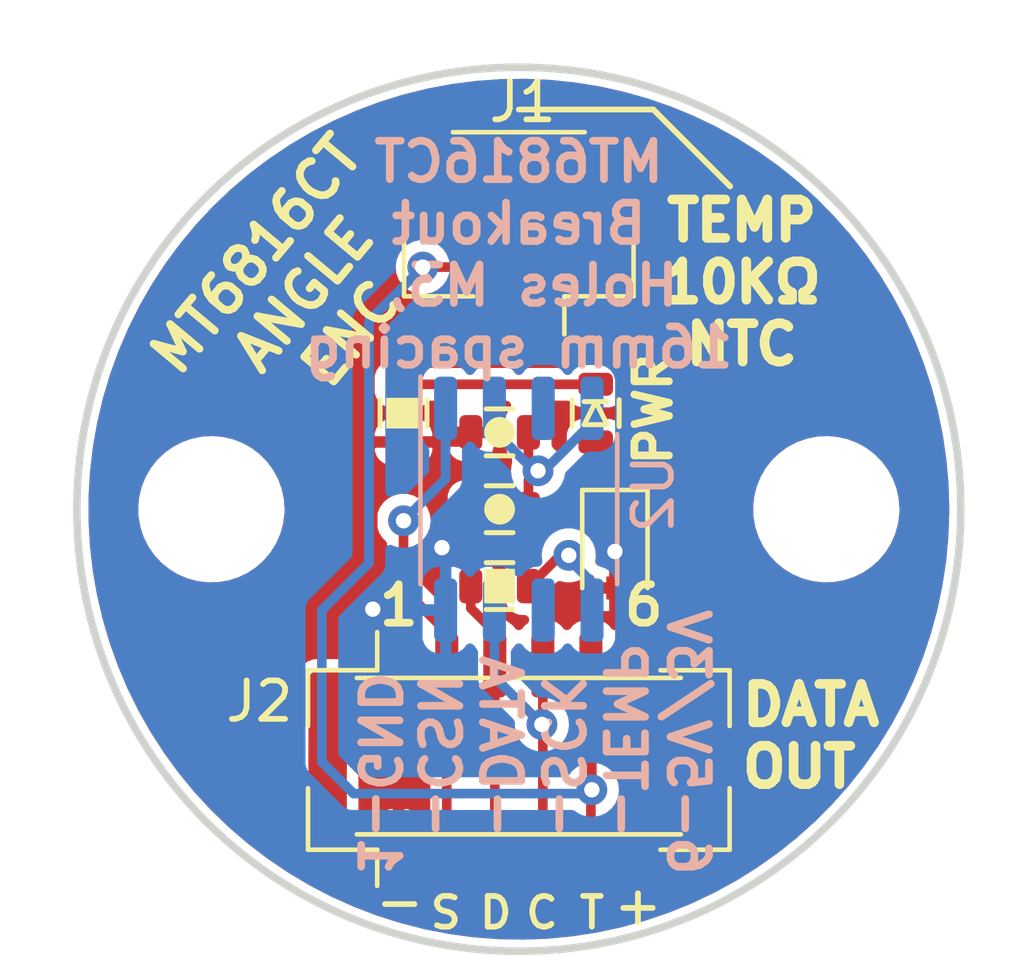
<source format=kicad_pcb>
(kicad_pcb (version 20210722) (generator pcbnew)
  (layers (0 "F.Cu" signal) (31 "B.Cu" signal) (34 "B.Paste" user) (35 "F.Paste" user) (36 "B.SilkS" user "B.Silkscreen") (37 "F.SilkS" user "F.Silkscreen") (38 "B.Mask" user) (39 "F.Mask" user) (44 "Edge.Cuts" user))
  (net 0 "")
  (net 1 "/H2{slash}SSC_DATA")
  (net 2 "GND")
  (net 3 "+5V")
  (net 4 "/Temp")
  (net 5 "/H3{slash}CS")
  (net 6 "/H1{slash}SCK")
  (net 7 "/SDAT_R")
  (net 10 "Net-(D1-PadC)")
  (footprint "pkl_dipol:R_0603" (layer "F.Cu") (at 135.5 80.5 -90)
    (fp_text reference "R1")
    (fp_text value "10k")
    (fp_line (start -0.35 -0.61) (end 0.35 -0.61) (layer "F.SilkS") (width 0.13))
    (fp_line (start 0.35 0.61) (end -0.35 0.61) (layer "F.SilkS") (width 0.13))
    (fp_poly (pts (xy 0.375 0.425) (xy 0.375 -0.425) (xy -0.375 -0.425) (xy -0.375 0.425) (xy 0.25 0.425)) (layer "F.SilkS") (width 0.05) (fill solid))
    (pad "1" smd roundrect locked (at -0.75 0 270) (size 0.6 0.9) (layers "F.Cu" "F.Paste" "F.Mask") (net 10 "Net-(D1-PadC)"))
    (pad "2" smd roundrect locked (at 0.75 0 270) (size 0.6 0.9) (layers "F.Cu" "F.Paste" "F.Mask") (net 2 "GND"))
  )
  (footprint "pkl_dipol:R_0603" (layer "F.Cu") (at 138 85)
    (fp_text reference "R2")
    (fp_text value "470R")
    (fp_line (start -0.35 -0.61) (end 0.35 -0.61) (layer "F.SilkS") (width 0.13))
    (fp_line (start 0.35 0.61) (end -0.35 0.61) (layer "F.SilkS") (width 0.13))
    (fp_poly (pts (xy 0.375 0.425) (xy 0.375 -0.425) (xy -0.375 -0.425) (xy -0.375 0.425) (xy 0.25 0.425)) (layer "F.SilkS") (width 0.05) (fill solid))
    (pad "1" smd roundrect locked (at -0.75 0) (size 0.6 0.9) (layers "F.Cu" "F.Paste" "F.Mask") (net 1 "/H2{slash}SSC_DATA"))
    (pad "2" smd roundrect locked (at 0.75 0) (size 0.6 0.9) (layers "F.Cu" "F.Paste" "F.Mask") (net 7 "/SDAT_R"))
  )
  (footprint "MountingHole:MountingHole_3.2mm_M3" (layer "F.Cu") (at 146.5 83)
    (fp_text reference "H2")
    (fp_text value "MountingHole")
    (pad "1" np_thru_hole circle locked (at 0 0) (size 3.2 3.2) (drill 3.2) (layers *.Cu *.Mask))
  )
  (footprint "Connector_JST:JST_GH_BM06B-GHS-TBT_1x06-1MP_P1.25mm_Vertical" (layer "F.Cu") (at 138.5 90)
    (fp_text reference "J2" (at -6.75 -2) (layer "F.SilkS"))
    (fp_text value "Conn_01x06")
    (fp_line (start 5.485 1.86) (end 3.685 1.86) (layer "F.SilkS") (width 0.12))
    (fp_line (start 5.485 0.26) (end 5.485 1.86) (layer "F.SilkS") (width 0.12))
    (fp_line (start -3.685 1.86) (end -3.685 2.8) (layer "F.SilkS") (width 0.12))
    (fp_line (start -4.215 -2.61) (end 4.215 -2.61) (layer "F.SilkS") (width 0.12))
    (fp_line (start -5.485 1.86) (end -3.685 1.86) (layer "F.SilkS") (width 0.12))
    (fp_line (start -5.485 0.26) (end -5.485 1.86) (layer "F.SilkS") (width 0.12))
    (pad "1" smd roundrect locked (at -3.125 1.95) (size 0.6 1.7) (layers "F.Cu" "F.Paste" "F.Mask") (net 2 "GND"))
    (pad "2" smd roundrect locked (at -1.875 1.95) (size 0.6 1.7) (layers "F.Cu" "F.Paste" "F.Mask") (net 5 "/H3{slash}CS"))
    (pad "3" smd roundrect locked (at -0.625 1.95) (size 0.6 1.7) (layers "F.Cu" "F.Paste" "F.Mask") (net 1 "/H2{slash}SSC_DATA"))
    (pad "4" smd roundrect locked (at 0.625 1.95) (size 0.6 1.7) (layers "F.Cu" "F.Paste" "F.Mask") (net 6 "/H1{slash}SCK"))
    (pad "5" smd roundrect locked (at 1.875 1.95) (size 0.6 1.7) (layers "F.Cu" "F.Paste" "F.Mask") (net 4 "/Temp"))
    (pad "6" smd roundrect locked (at 3.125 1.95) (size 0.6 1.7) (layers "F.Cu" "F.Paste" "F.Mask") (net 3 "+5V"))
    (pad "MP" smd roundrect locked (at 4.975 -1.4) (size 1 2.8) (layers "F.Cu" "F.Paste" "F.Mask"))
    (pad "MP" smd roundrect locked (at -4.975 -1.4) (size 1 2.8) (layers "F.Cu" "F.Paste" "F.Mask"))
  )
  (footprint "MountingHole:MountingHole_3.2mm_M3" (layer "F.Cu") (at 130.5 83)
    (fp_text reference "H1")
    (fp_text value "MountingHole")
    (pad "1" np_thru_hole circle locked (at 0 0) (size 3.2 3.2) (drill 3.2) (layers *.Cu *.Mask))
  )
  (footprint "Connector_JST:JST_GH_SM02B-GHS-TB_1x02-1MP_P1.25mm_Horizontal" (layer "F.Cu") (at 138.5 75.75 180)
    (fp_text reference "J1" (at -0.1 3.35 180) (layer "F.SilkS"))
    (fp_text value "Conn_01x02")
    (fp_line (start 2.985 -0.26) (end 2.985 -1.71) (layer "F.SilkS") (width 0.12))
    (fp_line (start -1.715 2.56) (end 1.715 2.56) (layer "F.SilkS") (width 0.12))
    (fp_line (start -2.985 -1.71) (end -1.185 -1.71) (layer "F.SilkS") (width 0.12))
    (fp_line (start -1.185 -1.71) (end -1.185 -2.7) (layer "F.SilkS") (width 0.12))
    (fp_line (start 2.985 -1.71) (end 1.185 -1.71) (layer "F.SilkS") (width 0.12))
    (fp_line (start -2.985 -0.26) (end -2.985 -1.71) (layer "F.SilkS") (width 0.12))
    (pad "1" smd roundrect locked (at -0.625 -1.85 180) (size 0.6 1.7) (layers "F.Cu" "F.Paste" "F.Mask") (net 4 "/Temp"))
    (pad "2" smd roundrect locked (at 0.625 -1.85 180) (size 0.6 1.7) (layers "F.Cu" "F.Paste" "F.Mask") (net 2 "GND"))
    (pad "MP" smd roundrect locked (at -2.475 1.35 180) (size 1 2.7) (layers "F.Cu" "F.Paste" "F.Mask"))
    (pad "MP" smd roundrect locked (at 2.475 1.35 180) (size 1 2.7) (layers "F.Cu" "F.Paste" "F.Mask"))
  )
  (footprint "Connector_JST:JST_GH_SM06B-GHS-TB_1x06-1MP_P1.25mm_Horizontal" (layer "F.Cu") (at 138.5 88.9)
    (fp_text reference "J3")
    (fp_text value "Conn_01x06")
    (fp_line (start -4.215 2.56) (end 4.215 2.56) (layer "F.SilkS") (width 0.12))
    (fp_line (start 5.485 -0.26) (end 5.485 -1.71) (layer "F.SilkS") (width 0.12))
    (fp_line (start 5.485 -1.71) (end 3.685 -1.71) (layer "F.SilkS") (width 0.12))
    (fp_line (start -3.685 -1.71) (end -3.685 -2.7) (layer "F.SilkS") (width 0.12))
    (fp_line (start -5.485 -0.26) (end -5.485 -1.71) (layer "F.SilkS") (width 0.12))
    (fp_line (start -5.485 -1.71) (end -3.685 -1.71) (layer "F.SilkS") (width 0.12))
    (pad "1" smd roundrect locked (at -3.125 -1.85) (size 0.6 1.7) (layers "F.Cu" "F.Paste" "F.Mask") (net 2 "GND"))
    (pad "2" smd roundrect locked (at -1.875 -1.85) (size 0.6 1.7) (layers "F.Cu" "F.Paste" "F.Mask") (net 5 "/H3{slash}CS"))
    (pad "3" smd roundrect locked (at -0.625 -1.85) (size 0.6 1.7) (layers "F.Cu" "F.Paste" "F.Mask") (net 1 "/H2{slash}SSC_DATA"))
    (pad "4" smd roundrect locked (at 0.625 -1.85) (size 0.6 1.7) (layers "F.Cu" "F.Paste" "F.Mask") (net 6 "/H1{slash}SCK"))
    (pad "5" smd roundrect locked (at 1.875 -1.85) (size 0.6 1.7) (layers "F.Cu" "F.Paste" "F.Mask") (net 4 "/Temp"))
    (pad "6" smd roundrect locked (at 3.125 -1.85) (size 0.6 1.7) (layers "F.Cu" "F.Paste" "F.Mask") (net 3 "+5V"))
    (pad "MP" smd roundrect locked (at -4.975 1.35) (size 1 2.7) (layers "F.Cu" "F.Paste" "F.Mask"))
    (pad "MP" smd roundrect locked (at 4.975 1.35) (size 1 2.7) (layers "F.Cu" "F.Paste" "F.Mask"))
  )
  (footprint "pkl_dipol:D_0603" (layer "F.Cu") (at 140.5 80.5 -90)
    (fp_text reference "D1")
    (fp_text value "GREEN LED")
    (fp_line (start 0.3 0.3) (end -0.3 0) (layer "F.SilkS") (width 0.13))
    (fp_line (start 0.3 -0.3) (end 0.3 0.3) (layer "F.SilkS") (width 0.13))
    (fp_line (start 0.35 0.61) (end -0.35 0.61) (layer "F.SilkS") (width 0.13))
    (fp_line (start -0.3 -0.3) (end -0.3 0.3) (layer "F.SilkS") (width 0.13))
    (fp_line (start -0.3 0) (end 0.3 -0.3) (layer "F.SilkS") (width 0.13))
    (fp_line (start -0.35 -0.61) (end 0.35 -0.61) (layer "F.SilkS") (width 0.13))
    (pad "A" smd roundrect locked (at 0.75 0 90) (size 0.6 0.9) (layers "F.Cu" "F.Paste" "F.Mask") (net 3 "+5V"))
    (pad "C" smd roundrect locked (at -0.75 0 90) (size 0.6 0.9) (layers "F.Cu" "F.Paste" "F.Mask") (net 10 "Net-(D1-PadC)"))
  )
  (footprint "Diode_SMD:D_SOD-323" (layer "F.Cu") (at 141 84 -90)
    (fp_text reference "D2")
    (fp_text value "SD05-01FTG")
    (fp_line (start -1.5 0.85) (end 1.05 0.85) (layer "F.SilkS") (width 0.12))
    (fp_line (start -1.5 -0.85) (end -1.5 0.85) (layer "F.SilkS") (width 0.12))
    (fp_line (start -1.5 -0.85) (end 1.05 -0.85) (layer "F.SilkS") (width 0.12))
    (pad "1" smd rect locked (at -1.05 0 270) (size 0.6 0.45) (layers "F.Cu" "F.Paste" "F.Mask") (net 3 "+5V"))
    (pad "2" smd rect locked (at 1.05 0 270) (size 0.6 0.45) (layers "F.Cu" "F.Paste" "F.Mask") (net 2 "GND"))
  )
  (footprint "pkl_dipol:C_0603" (layer "F.Cu") (at 138 81 180)
    (fp_text reference "C1")
    (fp_text value "1uf")
    (fp_line (start 0.35 0.61) (end -0.35 0.61) (layer "F.SilkS") (width 0.13))
    (fp_line (start -0.35 -0.61) (end 0.35 -0.61) (layer "F.SilkS") (width 0.13))
    (fp_circle (center 0 0) (end 0.2 0) (layer "F.SilkS") (width 0.4) (fill none))
    (pad "1" smd roundrect locked (at -0.75 0 180) (size 0.6 0.9) (layers "F.Cu" "F.Paste" "F.Mask") (net 3 "+5V"))
    (pad "2" smd roundrect locked (at 0.75 0 180) (size 0.6 0.9) (layers "F.Cu" "F.Paste" "F.Mask") (net 2 "GND"))
  )
  (footprint "pkl_dipol:C_0603" (layer "F.Cu") (at 138 83 180)
    (fp_text reference "C2")
    (fp_text value "4.7uf")
    (fp_line (start 0.35 0.61) (end -0.35 0.61) (layer "F.SilkS") (width 0.13))
    (fp_line (start -0.35 -0.61) (end 0.35 -0.61) (layer "F.SilkS") (width 0.13))
    (fp_circle (center 0 0) (end 0.2 0) (layer "F.SilkS") (width 0.4) (fill none))
    (pad "1" smd roundrect locked (at -0.75 0 180) (size 0.6 0.9) (layers "F.Cu" "F.Paste" "F.Mask") (net 3 "+5V"))
    (pad "2" smd roundrect locked (at 0.75 0 180) (size 0.6 0.9) (layers "F.Cu" "F.Paste" "F.Mask") (net 2 "GND"))
  )
  (footprint "Package_SO:SOP-8_3.9x4.9mm_P1.27mm" (layer "B.Cu") (at 138.5 83 -90)
    (fp_text reference "U2" (at -0.4 -3.5 90) (layer "B.SilkS") (effects (justify mirror)))
    (fp_text value "MT6816CT")
    (fp_line (start 0 -2.56) (end -1.95 -2.56) (layer "B.SilkS") (width 0.12))
    (fp_line (start 0 -2.56) (end 1.95 -2.56) (layer "B.SilkS") (width 0.12))
    (fp_line (start 0 2.56) (end -3.45 2.56) (layer "B.SilkS") (width 0.12))
    (fp_line (start 0 2.56) (end 1.95 2.56) (layer "B.SilkS") (width 0.12))
    (pad "1" smd roundrect locked (at -2.625 1.905 270) (size 1.65 0.6) (layers "B.Cu" "B.Paste" "B.Mask") (net 5 "/H3{slash}CS"))
    (pad "2" smd roundrect locked (at -2.625 0.635 270) (size 1.65 0.6) (layers "B.Cu" "B.Paste" "B.Mask") (net 3 "+5V"))
    (pad "3" smd roundrect locked (at -2.625 -0.635 270) (size 1.65 0.6) (layers "B.Cu" "B.Paste" "B.Mask"))
    (pad "4" smd roundrect locked (at -2.625 -1.905 270) (size 1.65 0.6) (layers "B.Cu" "B.Paste" "B.Mask") (net 3 "+5V"))
    (pad "5" smd roundrect locked (at 2.625 -1.905 270) (size 1.65 0.6) (layers "B.Cu" "B.Paste" "B.Mask") (net 7 "/SDAT_R"))
    (pad "6" smd roundrect locked (at 2.625 -0.635 270) (size 1.65 0.6) (layers "B.Cu" "B.Paste" "B.Mask"))
    (pad "7" smd roundrect locked (at 2.625 0.635 270) (size 1.65 0.6) (layers "B.Cu" "B.Paste" "B.Mask") (net 6 "/H1{slash}SCK"))
    (pad "8" smd roundrect locked (at 2.625 1.905 270) (size 1.65 0.6) (layers "B.Cu" "B.Paste" "B.Mask") (net 2 "GND"))
  )
  (gr_line (start 144 74.6) (end 142 72.6) (layer "F.SilkS") (width 0.15))
  (gr_line (start 142 72.6) (end 138.5 72.6) (layer "F.SilkS") (width 0.15))
  (gr_circle (center 138.5 83) (end 150 83) (layer "Edge.Cuts") (width 0.2) (fill none))
  (gr_text "MT6816CT\nBreakout\nHoles M3, \n16mm spacing" (at 138.5 76.375) (layer "B.SilkS") (effects (font (size 1 1) (thickness 0.2)) (justify mirror)))
  (gr_text "\n -TEMP\n -SCK\n -DATA\n -CSN\n" (at 139.625 92.4375 270) (layer "B.SilkS") (effects (font (size 1 1) (thickness 0.2)) (justify left mirror)))
  (gr_text "6-5V/3V\n\n\n\n\n1-GND" (at 138.875 92.625 270) (layer "B.SilkS") (effects (font (size 1 1) (thickness 0.2)) (justify left mirror)))
  (gr_text "S" (at 136.6 93.5) (layer "F.SilkS") (effects (font (size 0.8 0.8))))
  (gr_text "-" (at 135.4 93.2) (layer "F.SilkS") (effects (font (size 1 1))))
  (gr_text "DATA\nOUT\n" (at 144.2 88.9) (layer "F.SilkS") (effects (font (size 1 1) (thickness 0.25)) (justify left)))
  (gr_text "C" (at 139.1 93.5) (layer "F.SilkS") (effects (font (size 0.8 0.8))))
  (gr_text "T" (at 140.4 93.5) (layer "F.SilkS") (effects (font (size 0.8 0.8))))
  (gr_text "+" (at 141.6 93.3) (layer "F.SilkS") (effects (font (size 1 1))))
  (gr_text "D" (at 137.9 93.5) (layer "F.SilkS") (effects (font (size 0.8 0.8))))
  (gr_text "6" (at 141.75 85.5) (layer "F.SilkS") (effects (font (size 1 1) (thickness 0.2))))
  (gr_text "MT6816CT\nANGLE\nENC" (at 132.9 77.4 50) (layer "F.SilkS") (effects (font (size 1 1) (thickness 0.2))))
  (gr_text "TEMP\n10KΩ\nNTC" (at 144.3 77.1) (layer "F.SilkS") (effects (font (size 1 1) (thickness 0.25))))
  (gr_text "1" (at 135.375 85.5) (layer "F.SilkS") (effects (font (size 1 1) (thickness 0.2))))
  (gr_text "PWR" (at 142 80.4 90) (layer "F.SilkS") (effects (font (size 0.9 0.9) (thickness 0.2))))
  (segment (start 137.25 85.575001) (end 137.25 85) (width 0.25) (layer "F.Cu") (net 1))
  (segment (start 137.875 86.200001) (end 137.25 85.575001) (width 0.25) (layer "F.Cu") (net 1))
  (segment (start 137.875 91.95) (end 137.875 87.05) (width 0.25) (layer "F.Cu") (net 1))
  (segment (start 137.875 87.05) (end 137.875 86.200001) (width 0.25) (layer "F.Cu") (net 1))
  (segment (start 141 85.05) (end 141 84.1) (width 0.25) (layer "F.Cu") (net 2))
  (segment (start 136.5 84) (end 136.5 83.75) (width 0.25) (layer "F.Cu") (net 2))
  (segment (start 135.375 87.05) (end 135.375 85.675) (width 0.25) (layer "F.Cu") (net 2))
  (segment (start 134.75 81.25) (end 134.5 81.5) (width 0.25) (layer "F.Cu") (net 2))
  (segment (start 137.25 83) (end 137.25 81) (width 0.25) (layer "F.Cu") (net 2))
  (segment (start 136.5 83.75) (end 137.25 83) (width 0.25) (layer "F.Cu") (net 2))
  (segment (start 134.5 79) (end 134.5 81.5) (width 0.25) (layer "F.Cu") (net 2))
  (segment (start 134.7 82.4) (end 134.7 85.6) (width 0.25) (layer "F.Cu") (net 2))
  (segment (start 135.9 77.6) (end 134.5 79) (width 0.25) (layer "F.Cu") (net 2))
  (segment (start 134.5 82.2) (end 134.7 82.4) (width 0.25) (layer "F.Cu") (net 2))
  (segment (start 137 81.25) (end 137.25 81) (width 0.25) (layer "F.Cu") (net 2))
  (segment (start 135.375 85.675) (end 135.3 85.6) (width 0.25) (layer "F.Cu") (net 2))
  (segment (start 135.5 81.25) (end 137 81.25) (width 0.25) (layer "F.Cu") (net 2))
  (segment (start 135.5 81.25) (end 134.75 81.25) (width 0.25) (layer "F.Cu") (net 2))
  (segment (start 137.875 77.6) (end 135.9 77.6) (width 0.25) (layer "F.Cu") (net 2))
  (segment (start 135.3 85.6) (end 134.7 85.6) (width 0.25) (layer "F.Cu") (net 2))
  (segment (start 134.5 81.5) (end 134.5 82.2) (width 0.25) (layer "F.Cu") (net 2))
  (segment (start 135.375 91.95) (end 135.375 87.05) (width 0.25) (layer "F.Cu") (net 2))
  (via (at 141 84.1) (size 0.8) (drill 0.4) (layers "F.Cu" "B.Cu") (net 2))
  (via (at 134.7 85.6) (size 0.8) (drill 0.4) (layers "F.Cu" "B.Cu") (net 2))
  (via (at 136.5 84) (size 0.8) (drill 0.4) (layers "F.Cu" "B.Cu") (net 2))
  (segment (start 134.7 85.6) (end 136.57 85.6) (width 0.25) (layer "B.Cu") (net 2))
  (segment (start 136.595 85.625) (end 136.595 84.095) (width 0.25) (layer "B.Cu") (net 2))
  (segment (start 136.5 84) (end 138.5 84) (width 0.25) (layer "B.Cu") (net 2))
  (segment (start 136.57 85.6) (end 136.595 85.625) (width 0.25) (layer "B.Cu") (net 2))
  (segment (start 138.5 84) (end 139.2 83.3) (width 0.25) (layer "B.Cu") (net 2))
  (segment (start 140.6 83.3) (end 141 83.7) (width 0.25) (layer "B.Cu") (net 2))
  (segment (start 139.2 83.3) (end 140.6 83.3) (width 0.25) (layer "B.Cu") (net 2))
  (segment (start 141 83.7) (end 141 84.1) (width 0.25) (layer "B.Cu") (net 2))
  (segment (start 136.595 84.095) (end 136.5 84) (width 0.25) (layer "B.Cu") (net 2))
  (segment (start 138.75 83) (end 138.75 82.25) (width 0.25) (layer "F.Cu") (net 3))
  (segment (start 141.625 91.95) (end 141.625 87.05) (width 0.25) (layer "F.Cu") (net 3))
  (segment (start 138.75 81.75) (end 139 82) (width 0.25) (layer "F.Cu") (net 3))
  (segment (start 141 82.95) (end 141.45 82.95) (width 0.25) (layer "F.Cu") (net 3))
  (segment (start 142.1 86) (end 141.625 86.475) (width 0.25) (layer "F.Cu") (net 3))
  (segment (start 141 82.95) (end 138.8 82.95) (width 0.25) (layer "F.Cu") (net 3))
  (segment (start 138.75 81) (end 138.75 81.75) (width 0.25) (layer "F.Cu") (net 3))
  (segment (start 141 82.95) (end 141 81.75) (width 0.25) (layer "F.Cu") (net 3))
  (segment (start 141.45 82.95) (end 142.1 83.6) (width 0.25) (layer "F.Cu") (net 3))
  (segment (start 142.1 83.6) (end 142.1 86) (width 0.25) (layer "F.Cu") (net 3))
  (segment (start 141.625 86.475) (end 141.625 87.05) (width 0.25) (layer "F.Cu") (net 3))
  (segment (start 138.75 82.25) (end 139 82) (width 0.25) (layer "F.Cu") (net 3))
  (segment (start 138.8 82.95) (end 138.75 83) (width 0.25) (layer "F.Cu") (net 3))
  (segment (start 141 81.75) (end 140.5 81.25) (width 0.25) (layer "F.Cu") (net 3))
  (via (at 139 82) (size 0.8) (drill 0.4) (layers "F.Cu" "B.Cu") (net 3))
  (segment (start 138.9 82) (end 139 82) (width 0.25) (layer "B.Cu") (net 3))
  (segment (start 137.865 80.375) (end 137.865 80.965) (width 0.25) (layer "B.Cu") (net 3))
  (segment (start 137.865 80.965) (end 138.9 82) (width 0.25) (layer "B.Cu") (net 3))
  (segment (start 139.1525 82) (end 139 82) (width 0.25) (layer "B.Cu") (net 3))
  (segment (start 140.405 80.7475) (end 139.1525 82) (width 0.25) (layer "B.Cu") (net 3))
  (segment (start 140.405 80.375) (end 140.405 80.7475) (width 0.25) (layer "B.Cu") (net 3))
  (segment (start 140.4 88.4) (end 140.4 90.3) (width 0.25) (layer "F.Cu") (net 4))
  (segment (start 136.8 76.7) (end 136 76.7) (width 0.25) (layer "F.Cu") (net 4))
  (segment (start 139.125 77.6) (end 139.125 77.775) (width 0.25) (layer "F.Cu") (net 4))
  (segment (start 138.3 76.2) (end 137.3 76.2) (width 0.25) (layer "F.Cu") (net 4))
  (segment (start 140.375 88.375) (end 140.4 88.4) (width 0.25) (layer "F.Cu") (net 4))
  (segment (start 137.3 76.2) (end 136.8 76.7) (width 0.25) (layer "F.Cu") (net 4))
  (segment (start 139.1 77.75) (end 139.1 77) (width 0.25) (layer "F.Cu") (net 4))
  (segment (start 140.375 91.95) (end 140.375 87.05) (width 0.25) (layer "F.Cu") (net 4))
  (segment (start 139.125 77.775) (end 139.1 77.75) (width 0.25) (layer "F.Cu") (net 4))
  (segment (start 139.1 77) (end 138.3 76.2) (width 0.25) (layer "F.Cu") (net 4))
  (via (at 136 76.7) (size 0.8) (drill 0.4) (layers "F.Cu" "B.Cu") (net 4))
  (via (at 140.4 90.3) (size 0.8) (drill 0.4) (layers "F.Cu" "B.Cu") (net 4))
  (segment (start 133.375 85.625) (end 133.375 89.575) (width 0.25) (layer "B.Cu") (net 4))
  (segment (start 134.6 78.1) (end 134.6 84.4) (width 0.25) (layer "B.Cu") (net 4))
  (segment (start 140.3 90.4) (end 140.4 90.3) (width 0.25) (layer "B.Cu") (net 4))
  (segment (start 133.375 89.575) (end 134.2 90.4) (width 0.25) (layer "B.Cu") (net 4))
  (segment (start 134.6 84.4) (end 133.375 85.625) (width 0.25) (layer "B.Cu") (net 4))
  (segment (start 136 76.7) (end 134.6 78.1) (width 0.25) (layer "B.Cu") (net 4))
  (segment (start 134.2 90.4) (end 140.3 90.4) (width 0.25) (layer "B.Cu") (net 4))
  (segment (start 136.625 86.200001) (end 135.5 85.075001) (width 0.25) (layer "F.Cu") (net 5))
  (segment (start 135.5 85.075001) (end 135.5 83.3) (width 0.25) (layer "F.Cu") (net 5))
  (segment (start 136.625 87.05) (end 136.625 86.200001) (width 0.25) (layer "F.Cu") (net 5))
  (segment (start 136.625 91.95) (end 136.625 87.05) (width 0.25) (layer "F.Cu") (net 5))
  (via (at 135.5 83.3) (size 0.8) (drill 0.4) (layers "F.Cu" "B.Cu") (net 5))
  (segment (start 136.595 80.375) (end 136.595 82.205) (width 0.25) (layer "B.Cu") (net 5))
  (segment (start 136.595 82.205) (end 135.5 83.3) (width 0.25) (layer "B.Cu") (net 5))
  (segment (start 139.125 88.625) (end 139.1 88.6) (width 0.25) (layer "F.Cu") (net 6))
  (segment (start 139.125 88.575) (end 139.1 88.6) (width 0.25) (layer "F.Cu") (net 6))
  (segment (start 139.125 87.05) (end 139.125 88.575) (width 0.25) (layer "F.Cu") (net 6))
  (segment (start 139.125 91.95) (end 139.125 88.625) (width 0.25) (layer "F.Cu") (net 6))
  (via (at 139.1 88.6) (size 0.8) (drill 0.4) (layers "F.Cu" "B.Cu") (net 6))
  (segment (start 137.865 87.365) (end 139.1 88.6) (width 0.25) (layer "B.Cu") (net 6))
  (segment (start 137.865 85.625) (end 137.865 87.365) (width 0.25) (layer "B.Cu") (net 6))
  (segment (start 139.8 84.2) (end 139.575 84.2) (width 0.25) (layer "F.Cu") (net 7))
  (segment (start 138.775 85) (end 138.75 85) (width 0.25) (layer "F.Cu") (net 7))
  (segment (start 139.575 84.2) (end 138.775 85) (width 0.25) (layer "F.Cu") (net 7))
  (via (at 139.8 84.2) (size 0.8) (drill 0.4) (layers "F.Cu" "B.Cu") (net 7))
  (segment (start 139.8 84.3) (end 139.8 84.2) (width 0.25) (layer "B.Cu") (net 7))
  (segment (start 140.405 85.625) (end 140.405 84.905) (width 0.25) (layer "B.Cu") (net 7))
  (segment (start 140.405 84.905) (end 139.8 84.3) (width 0.25) (layer "B.Cu") (net 7))
  (segment (start 135.5 79.75) (end 140.5 79.75) (width 0.25) (layer "F.Cu") (net 10))
  (zone (net 2) (net_name "GND") (layers F&B.Cu) (connect_pads (clearance 0.3)) (min_thickness 0.254) (fill yes (thermal_gap 0.3) (thermal_bridge_width 0.3) (smoothing fillet) (radius 1))
    (polygon (pts (xy 151.25 95.25) (xy 125 95.25) (xy 125 69.75) (xy 151.25 69.75)))
  )
)
</source>
